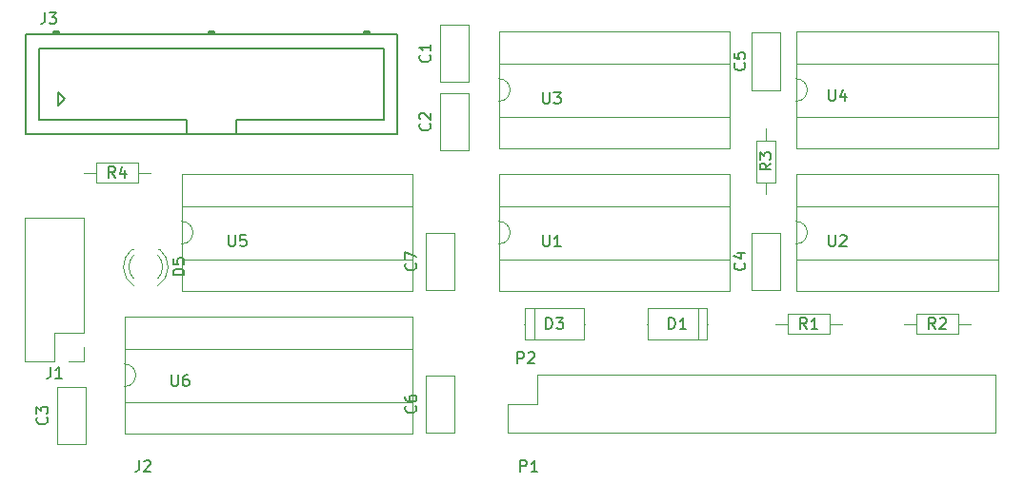
<source format=gto>
G04 #@! TF.FileFunction,Legend,Top*
%FSLAX46Y46*%
G04 Gerber Fmt 4.6, Leading zero omitted, Abs format (unit mm)*
G04 Created by KiCad (PCBNEW 4.0.7) date Mon Dec  3 14:16:20 2018*
%MOMM*%
%LPD*%
G01*
G04 APERTURE LIST*
%ADD10C,0.100000*%
%ADD11C,0.120000*%
%ADD12C,0.150000*%
G04 APERTURE END LIST*
D10*
D11*
X31810000Y-44136000D02*
X26610000Y-44136000D01*
X31810000Y-54356000D02*
X31810000Y-44136000D01*
X26610000Y-56956000D02*
X26610000Y-44136000D01*
X31810000Y-54356000D02*
X29210000Y-54356000D01*
X29210000Y-54356000D02*
X29210000Y-56956000D01*
X29210000Y-56956000D02*
X26610000Y-56956000D01*
X31810000Y-55626000D02*
X31810000Y-56956000D01*
X31810000Y-56956000D02*
X30480000Y-56956000D01*
X112836005Y-63305989D02*
X112836005Y-58105989D01*
X69530500Y-63311100D02*
X112836005Y-63305989D01*
X72121300Y-58129500D02*
X112836005Y-58105989D01*
X72146700Y-60720300D02*
X72136005Y-58180300D01*
X72136005Y-60705989D02*
X69536005Y-60705989D01*
X69536005Y-63305989D02*
X69530500Y-60720300D01*
X63460000Y-32044000D02*
X63460000Y-26924000D01*
X66080000Y-32044000D02*
X66080000Y-26924000D01*
X63460000Y-32044000D02*
X66080000Y-32044000D01*
X63460000Y-26924000D02*
X66080000Y-26924000D01*
X63460000Y-38140000D02*
X63460000Y-33020000D01*
X66080000Y-38140000D02*
X66080000Y-33020000D01*
X63460000Y-38140000D02*
X66080000Y-38140000D01*
X63460000Y-33020000D02*
X66080000Y-33020000D01*
X29424000Y-64302000D02*
X29424000Y-59182000D01*
X32044000Y-64302000D02*
X32044000Y-59182000D01*
X29424000Y-64302000D02*
X32044000Y-64302000D01*
X29424000Y-59182000D02*
X32044000Y-59182000D01*
X91146000Y-50586000D02*
X91146000Y-45466000D01*
X93766000Y-50586000D02*
X93766000Y-45466000D01*
X91146000Y-50586000D02*
X93766000Y-50586000D01*
X91146000Y-45466000D02*
X93766000Y-45466000D01*
X91146000Y-32766000D02*
X91146000Y-27646000D01*
X93766000Y-32766000D02*
X93766000Y-27646000D01*
X91146000Y-32766000D02*
X93766000Y-32766000D01*
X91146000Y-27646000D02*
X93766000Y-27646000D01*
X62190000Y-63286000D02*
X62190000Y-58166000D01*
X64810000Y-63286000D02*
X64810000Y-58166000D01*
X62190000Y-63286000D02*
X64810000Y-63286000D01*
X62190000Y-58166000D02*
X64810000Y-58166000D01*
X62190000Y-50586000D02*
X62190000Y-45466000D01*
X64810000Y-50586000D02*
X64810000Y-45466000D01*
X62190000Y-50586000D02*
X64810000Y-50586000D01*
X62190000Y-45466000D02*
X64810000Y-45466000D01*
X87242000Y-55004000D02*
X87242000Y-52184000D01*
X87242000Y-52184000D02*
X81922000Y-52184000D01*
X81922000Y-52184000D02*
X81922000Y-55004000D01*
X81922000Y-55004000D02*
X87242000Y-55004000D01*
X87312000Y-53594000D02*
X87242000Y-53594000D01*
X81852000Y-53594000D02*
X81922000Y-53594000D01*
X86402000Y-55004000D02*
X86402000Y-52184000D01*
X71000000Y-52184000D02*
X71000000Y-55004000D01*
X71000000Y-55004000D02*
X76320000Y-55004000D01*
X76320000Y-55004000D02*
X76320000Y-52184000D01*
X76320000Y-52184000D02*
X71000000Y-52184000D01*
X70930000Y-53594000D02*
X71000000Y-53594000D01*
X76390000Y-53594000D02*
X76320000Y-53594000D01*
X71840000Y-52184000D02*
X71840000Y-55004000D01*
D12*
X26680000Y-36728000D02*
X26680000Y-27788000D01*
X26680000Y-27788000D02*
X59680000Y-27788000D01*
X59680000Y-27788000D02*
X59680000Y-36728000D01*
X59680000Y-36728000D02*
X26680000Y-36728000D01*
X40955000Y-36728000D02*
X40955000Y-35428000D01*
X40955000Y-35428000D02*
X27880000Y-35428000D01*
X27880000Y-35428000D02*
X27880000Y-29088000D01*
X27880000Y-29088000D02*
X58480000Y-29088000D01*
X58480000Y-29088000D02*
X58480000Y-35428000D01*
X58480000Y-35428000D02*
X45405000Y-35428000D01*
X45405000Y-35428000D02*
X45405000Y-36728000D01*
X42930000Y-27788000D02*
X42930000Y-27588000D01*
X42930000Y-27588000D02*
X43430000Y-27588000D01*
X43430000Y-27588000D02*
X43430000Y-27788000D01*
X42930000Y-27688000D02*
X43430000Y-27688000D01*
X56760000Y-27788000D02*
X56760000Y-27588000D01*
X56760000Y-27588000D02*
X57260000Y-27588000D01*
X57260000Y-27588000D02*
X57260000Y-27788000D01*
X56760000Y-27688000D02*
X57260000Y-27688000D01*
X29100000Y-27788000D02*
X29100000Y-27588000D01*
X29100000Y-27588000D02*
X29600000Y-27588000D01*
X29600000Y-27588000D02*
X29600000Y-27788000D01*
X29100000Y-27688000D02*
X29600000Y-27688000D01*
X29550000Y-34128000D02*
X29550000Y-32928000D01*
X29550000Y-32928000D02*
X30150000Y-33528000D01*
X30150000Y-33528000D02*
X29550000Y-34128000D01*
D11*
X94406000Y-52734000D02*
X94406000Y-54454000D01*
X94406000Y-54454000D02*
X98126000Y-54454000D01*
X98126000Y-54454000D02*
X98126000Y-52734000D01*
X98126000Y-52734000D02*
X94406000Y-52734000D01*
X93336000Y-53594000D02*
X94406000Y-53594000D01*
X99196000Y-53594000D02*
X98126000Y-53594000D01*
X105836000Y-52734000D02*
X105836000Y-54454000D01*
X105836000Y-54454000D02*
X109556000Y-54454000D01*
X109556000Y-54454000D02*
X109556000Y-52734000D01*
X109556000Y-52734000D02*
X105836000Y-52734000D01*
X104766000Y-53594000D02*
X105836000Y-53594000D01*
X110626000Y-53594000D02*
X109556000Y-53594000D01*
X91596000Y-40976000D02*
X93316000Y-40976000D01*
X93316000Y-40976000D02*
X93316000Y-37256000D01*
X93316000Y-37256000D02*
X91596000Y-37256000D01*
X91596000Y-37256000D02*
X91596000Y-40976000D01*
X92456000Y-42046000D02*
X92456000Y-40976000D01*
X92456000Y-36186000D02*
X92456000Y-37256000D01*
X36658000Y-40992000D02*
X36658000Y-39272000D01*
X36658000Y-39272000D02*
X32938000Y-39272000D01*
X32938000Y-39272000D02*
X32938000Y-40992000D01*
X32938000Y-40992000D02*
X36658000Y-40992000D01*
X37728000Y-40132000D02*
X36658000Y-40132000D01*
X31868000Y-40132000D02*
X32938000Y-40132000D01*
X68714000Y-46466000D02*
X68714000Y-47836000D01*
X68714000Y-47836000D02*
X89274000Y-47836000D01*
X89274000Y-47836000D02*
X89274000Y-43096000D01*
X89274000Y-43096000D02*
X68714000Y-43096000D01*
X68714000Y-43096000D02*
X68714000Y-44466000D01*
X68714000Y-50666000D02*
X89274000Y-50666000D01*
X89274000Y-50666000D02*
X89274000Y-40266000D01*
X89274000Y-40266000D02*
X68714000Y-40266000D01*
X68714000Y-40266000D02*
X68714000Y-50666000D01*
X68714000Y-44466000D02*
G75*
G02X68714000Y-46466000I0J-1000000D01*
G01*
X95130000Y-46466000D02*
X95130000Y-47836000D01*
X95130000Y-47836000D02*
X113150000Y-47836000D01*
X113150000Y-47836000D02*
X113150000Y-43096000D01*
X113150000Y-43096000D02*
X95130000Y-43096000D01*
X95130000Y-43096000D02*
X95130000Y-44466000D01*
X95130000Y-50666000D02*
X113150000Y-50666000D01*
X113150000Y-50666000D02*
X113150000Y-40266000D01*
X113150000Y-40266000D02*
X95130000Y-40266000D01*
X95130000Y-40266000D02*
X95130000Y-50666000D01*
X95130000Y-44466000D02*
G75*
G02X95130000Y-46466000I0J-1000000D01*
G01*
X68714000Y-33766000D02*
X68714000Y-35136000D01*
X68714000Y-35136000D02*
X89274000Y-35136000D01*
X89274000Y-35136000D02*
X89274000Y-30396000D01*
X89274000Y-30396000D02*
X68714000Y-30396000D01*
X68714000Y-30396000D02*
X68714000Y-31766000D01*
X68714000Y-37966000D02*
X89274000Y-37966000D01*
X89274000Y-37966000D02*
X89274000Y-27566000D01*
X89274000Y-27566000D02*
X68714000Y-27566000D01*
X68714000Y-27566000D02*
X68714000Y-37966000D01*
X68714000Y-31766000D02*
G75*
G02X68714000Y-33766000I0J-1000000D01*
G01*
X95130000Y-33766000D02*
X95130000Y-35136000D01*
X95130000Y-35136000D02*
X113150000Y-35136000D01*
X113150000Y-35136000D02*
X113150000Y-30396000D01*
X113150000Y-30396000D02*
X95130000Y-30396000D01*
X95130000Y-30396000D02*
X95130000Y-31766000D01*
X95130000Y-37966000D02*
X113150000Y-37966000D01*
X113150000Y-37966000D02*
X113150000Y-27566000D01*
X113150000Y-27566000D02*
X95130000Y-27566000D01*
X95130000Y-27566000D02*
X95130000Y-37966000D01*
X95130000Y-31766000D02*
G75*
G02X95130000Y-33766000I0J-1000000D01*
G01*
X40520000Y-46466000D02*
X40520000Y-47836000D01*
X40520000Y-47836000D02*
X61080000Y-47836000D01*
X61080000Y-47836000D02*
X61080000Y-43096000D01*
X61080000Y-43096000D02*
X40520000Y-43096000D01*
X40520000Y-43096000D02*
X40520000Y-44466000D01*
X40520000Y-50666000D02*
X61080000Y-50666000D01*
X61080000Y-50666000D02*
X61080000Y-40266000D01*
X61080000Y-40266000D02*
X40520000Y-40266000D01*
X40520000Y-40266000D02*
X40520000Y-50666000D01*
X40520000Y-44466000D02*
G75*
G02X40520000Y-46466000I0J-1000000D01*
G01*
X35440000Y-59166000D02*
X35440000Y-60536000D01*
X35440000Y-60536000D02*
X61080000Y-60536000D01*
X61080000Y-60536000D02*
X61080000Y-55796000D01*
X61080000Y-55796000D02*
X35440000Y-55796000D01*
X35440000Y-55796000D02*
X35440000Y-57166000D01*
X35440000Y-63366000D02*
X61080000Y-63366000D01*
X61080000Y-63366000D02*
X61080000Y-52966000D01*
X61080000Y-52966000D02*
X35440000Y-52966000D01*
X35440000Y-52966000D02*
X35440000Y-63366000D01*
X35440000Y-57166000D02*
G75*
G02X35440000Y-59166000I0J-1000000D01*
G01*
X38416608Y-50186335D02*
G75*
G03X38573516Y-46954000I-1078608J1672335D01*
G01*
X36259392Y-50186335D02*
G75*
G02X36102484Y-46954000I1078608J1672335D01*
G01*
X38417837Y-49555130D02*
G75*
G03X38418000Y-47473039I-1079837J1041130D01*
G01*
X36258163Y-49555130D02*
G75*
G02X36258000Y-47473039I1079837J1041130D01*
G01*
X38574000Y-46954000D02*
X38418000Y-46954000D01*
X36258000Y-46954000D02*
X36102000Y-46954000D01*
D12*
X28876667Y-57408381D02*
X28876667Y-58122667D01*
X28829047Y-58265524D01*
X28733809Y-58360762D01*
X28590952Y-58408381D01*
X28495714Y-58408381D01*
X29876667Y-58408381D02*
X29305238Y-58408381D01*
X29590952Y-58408381D02*
X29590952Y-57408381D01*
X29495714Y-57551238D01*
X29400476Y-57646476D01*
X29305238Y-57694095D01*
X70392605Y-57108681D02*
X70392605Y-56108681D01*
X70773558Y-56108681D01*
X70868796Y-56156300D01*
X70916415Y-56203919D01*
X70964034Y-56299157D01*
X70964034Y-56442014D01*
X70916415Y-56537252D01*
X70868796Y-56584871D01*
X70773558Y-56632490D01*
X70392605Y-56632490D01*
X71344986Y-56203919D02*
X71392605Y-56156300D01*
X71487843Y-56108681D01*
X71725939Y-56108681D01*
X71821177Y-56156300D01*
X71868796Y-56203919D01*
X71916415Y-56299157D01*
X71916415Y-56394395D01*
X71868796Y-56537252D01*
X71297367Y-57108681D01*
X71916415Y-57108681D01*
X70635905Y-66746381D02*
X70635905Y-65746381D01*
X71016858Y-65746381D01*
X71112096Y-65794000D01*
X71159715Y-65841619D01*
X71207334Y-65936857D01*
X71207334Y-66079714D01*
X71159715Y-66174952D01*
X71112096Y-66222571D01*
X71016858Y-66270190D01*
X70635905Y-66270190D01*
X72159715Y-66746381D02*
X71588286Y-66746381D01*
X71874000Y-66746381D02*
X71874000Y-65746381D01*
X71778762Y-65889238D01*
X71683524Y-65984476D01*
X71588286Y-66032095D01*
X36750667Y-65746381D02*
X36750667Y-66460667D01*
X36703047Y-66603524D01*
X36607809Y-66698762D01*
X36464952Y-66746381D01*
X36369714Y-66746381D01*
X37179238Y-65841619D02*
X37226857Y-65794000D01*
X37322095Y-65746381D01*
X37560191Y-65746381D01*
X37655429Y-65794000D01*
X37703048Y-65841619D01*
X37750667Y-65936857D01*
X37750667Y-66032095D01*
X37703048Y-66174952D01*
X37131619Y-66746381D01*
X37750667Y-66746381D01*
X62567143Y-29650666D02*
X62614762Y-29698285D01*
X62662381Y-29841142D01*
X62662381Y-29936380D01*
X62614762Y-30079238D01*
X62519524Y-30174476D01*
X62424286Y-30222095D01*
X62233810Y-30269714D01*
X62090952Y-30269714D01*
X61900476Y-30222095D01*
X61805238Y-30174476D01*
X61710000Y-30079238D01*
X61662381Y-29936380D01*
X61662381Y-29841142D01*
X61710000Y-29698285D01*
X61757619Y-29650666D01*
X62662381Y-28698285D02*
X62662381Y-29269714D01*
X62662381Y-28984000D02*
X61662381Y-28984000D01*
X61805238Y-29079238D01*
X61900476Y-29174476D01*
X61948095Y-29269714D01*
X62567143Y-35746666D02*
X62614762Y-35794285D01*
X62662381Y-35937142D01*
X62662381Y-36032380D01*
X62614762Y-36175238D01*
X62519524Y-36270476D01*
X62424286Y-36318095D01*
X62233810Y-36365714D01*
X62090952Y-36365714D01*
X61900476Y-36318095D01*
X61805238Y-36270476D01*
X61710000Y-36175238D01*
X61662381Y-36032380D01*
X61662381Y-35937142D01*
X61710000Y-35794285D01*
X61757619Y-35746666D01*
X61757619Y-35365714D02*
X61710000Y-35318095D01*
X61662381Y-35222857D01*
X61662381Y-34984761D01*
X61710000Y-34889523D01*
X61757619Y-34841904D01*
X61852857Y-34794285D01*
X61948095Y-34794285D01*
X62090952Y-34841904D01*
X62662381Y-35413333D01*
X62662381Y-34794285D01*
X28531143Y-61908666D02*
X28578762Y-61956285D01*
X28626381Y-62099142D01*
X28626381Y-62194380D01*
X28578762Y-62337238D01*
X28483524Y-62432476D01*
X28388286Y-62480095D01*
X28197810Y-62527714D01*
X28054952Y-62527714D01*
X27864476Y-62480095D01*
X27769238Y-62432476D01*
X27674000Y-62337238D01*
X27626381Y-62194380D01*
X27626381Y-62099142D01*
X27674000Y-61956285D01*
X27721619Y-61908666D01*
X27626381Y-61575333D02*
X27626381Y-60956285D01*
X28007333Y-61289619D01*
X28007333Y-61146761D01*
X28054952Y-61051523D01*
X28102571Y-61003904D01*
X28197810Y-60956285D01*
X28435905Y-60956285D01*
X28531143Y-61003904D01*
X28578762Y-61051523D01*
X28626381Y-61146761D01*
X28626381Y-61432476D01*
X28578762Y-61527714D01*
X28531143Y-61575333D01*
X90527143Y-48172666D02*
X90574762Y-48220285D01*
X90622381Y-48363142D01*
X90622381Y-48458380D01*
X90574762Y-48601238D01*
X90479524Y-48696476D01*
X90384286Y-48744095D01*
X90193810Y-48791714D01*
X90050952Y-48791714D01*
X89860476Y-48744095D01*
X89765238Y-48696476D01*
X89670000Y-48601238D01*
X89622381Y-48458380D01*
X89622381Y-48363142D01*
X89670000Y-48220285D01*
X89717619Y-48172666D01*
X89955714Y-47315523D02*
X90622381Y-47315523D01*
X89574762Y-47553619D02*
X90289048Y-47791714D01*
X90289048Y-47172666D01*
X90527143Y-30372666D02*
X90574762Y-30420285D01*
X90622381Y-30563142D01*
X90622381Y-30658380D01*
X90574762Y-30801238D01*
X90479524Y-30896476D01*
X90384286Y-30944095D01*
X90193810Y-30991714D01*
X90050952Y-30991714D01*
X89860476Y-30944095D01*
X89765238Y-30896476D01*
X89670000Y-30801238D01*
X89622381Y-30658380D01*
X89622381Y-30563142D01*
X89670000Y-30420285D01*
X89717619Y-30372666D01*
X89622381Y-29467904D02*
X89622381Y-29944095D01*
X90098571Y-29991714D01*
X90050952Y-29944095D01*
X90003333Y-29848857D01*
X90003333Y-29610761D01*
X90050952Y-29515523D01*
X90098571Y-29467904D01*
X90193810Y-29420285D01*
X90431905Y-29420285D01*
X90527143Y-29467904D01*
X90574762Y-29515523D01*
X90622381Y-29610761D01*
X90622381Y-29848857D01*
X90574762Y-29944095D01*
X90527143Y-29991714D01*
X61297143Y-60892666D02*
X61344762Y-60940285D01*
X61392381Y-61083142D01*
X61392381Y-61178380D01*
X61344762Y-61321238D01*
X61249524Y-61416476D01*
X61154286Y-61464095D01*
X60963810Y-61511714D01*
X60820952Y-61511714D01*
X60630476Y-61464095D01*
X60535238Y-61416476D01*
X60440000Y-61321238D01*
X60392381Y-61178380D01*
X60392381Y-61083142D01*
X60440000Y-60940285D01*
X60487619Y-60892666D01*
X60392381Y-60035523D02*
X60392381Y-60226000D01*
X60440000Y-60321238D01*
X60487619Y-60368857D01*
X60630476Y-60464095D01*
X60820952Y-60511714D01*
X61201905Y-60511714D01*
X61297143Y-60464095D01*
X61344762Y-60416476D01*
X61392381Y-60321238D01*
X61392381Y-60130761D01*
X61344762Y-60035523D01*
X61297143Y-59987904D01*
X61201905Y-59940285D01*
X60963810Y-59940285D01*
X60868571Y-59987904D01*
X60820952Y-60035523D01*
X60773333Y-60130761D01*
X60773333Y-60321238D01*
X60820952Y-60416476D01*
X60868571Y-60464095D01*
X60963810Y-60511714D01*
X61297143Y-48192666D02*
X61344762Y-48240285D01*
X61392381Y-48383142D01*
X61392381Y-48478380D01*
X61344762Y-48621238D01*
X61249524Y-48716476D01*
X61154286Y-48764095D01*
X60963810Y-48811714D01*
X60820952Y-48811714D01*
X60630476Y-48764095D01*
X60535238Y-48716476D01*
X60440000Y-48621238D01*
X60392381Y-48478380D01*
X60392381Y-48383142D01*
X60440000Y-48240285D01*
X60487619Y-48192666D01*
X60392381Y-47859333D02*
X60392381Y-47192666D01*
X61392381Y-47621238D01*
X83843905Y-54046381D02*
X83843905Y-53046381D01*
X84082000Y-53046381D01*
X84224858Y-53094000D01*
X84320096Y-53189238D01*
X84367715Y-53284476D01*
X84415334Y-53474952D01*
X84415334Y-53617810D01*
X84367715Y-53808286D01*
X84320096Y-53903524D01*
X84224858Y-53998762D01*
X84082000Y-54046381D01*
X83843905Y-54046381D01*
X85367715Y-54046381D02*
X84796286Y-54046381D01*
X85082000Y-54046381D02*
X85082000Y-53046381D01*
X84986762Y-53189238D01*
X84891524Y-53284476D01*
X84796286Y-53332095D01*
X72921905Y-54046381D02*
X72921905Y-53046381D01*
X73160000Y-53046381D01*
X73302858Y-53094000D01*
X73398096Y-53189238D01*
X73445715Y-53284476D01*
X73493334Y-53474952D01*
X73493334Y-53617810D01*
X73445715Y-53808286D01*
X73398096Y-53903524D01*
X73302858Y-53998762D01*
X73160000Y-54046381D01*
X72921905Y-54046381D01*
X73826667Y-53046381D02*
X74445715Y-53046381D01*
X74112381Y-53427333D01*
X74255239Y-53427333D01*
X74350477Y-53474952D01*
X74398096Y-53522571D01*
X74445715Y-53617810D01*
X74445715Y-53855905D01*
X74398096Y-53951143D01*
X74350477Y-53998762D01*
X74255239Y-54046381D01*
X73969524Y-54046381D01*
X73874286Y-53998762D01*
X73826667Y-53951143D01*
X28368667Y-25868381D02*
X28368667Y-26582667D01*
X28321047Y-26725524D01*
X28225809Y-26820762D01*
X28082952Y-26868381D01*
X27987714Y-26868381D01*
X28749619Y-25868381D02*
X29368667Y-25868381D01*
X29035333Y-26249333D01*
X29178191Y-26249333D01*
X29273429Y-26296952D01*
X29321048Y-26344571D01*
X29368667Y-26439810D01*
X29368667Y-26677905D01*
X29321048Y-26773143D01*
X29273429Y-26820762D01*
X29178191Y-26868381D01*
X28892476Y-26868381D01*
X28797238Y-26820762D01*
X28749619Y-26773143D01*
X96099334Y-54046381D02*
X95766000Y-53570190D01*
X95527905Y-54046381D02*
X95527905Y-53046381D01*
X95908858Y-53046381D01*
X96004096Y-53094000D01*
X96051715Y-53141619D01*
X96099334Y-53236857D01*
X96099334Y-53379714D01*
X96051715Y-53474952D01*
X96004096Y-53522571D01*
X95908858Y-53570190D01*
X95527905Y-53570190D01*
X97051715Y-54046381D02*
X96480286Y-54046381D01*
X96766000Y-54046381D02*
X96766000Y-53046381D01*
X96670762Y-53189238D01*
X96575524Y-53284476D01*
X96480286Y-53332095D01*
X107529334Y-54046381D02*
X107196000Y-53570190D01*
X106957905Y-54046381D02*
X106957905Y-53046381D01*
X107338858Y-53046381D01*
X107434096Y-53094000D01*
X107481715Y-53141619D01*
X107529334Y-53236857D01*
X107529334Y-53379714D01*
X107481715Y-53474952D01*
X107434096Y-53522571D01*
X107338858Y-53570190D01*
X106957905Y-53570190D01*
X107910286Y-53141619D02*
X107957905Y-53094000D01*
X108053143Y-53046381D01*
X108291239Y-53046381D01*
X108386477Y-53094000D01*
X108434096Y-53141619D01*
X108481715Y-53236857D01*
X108481715Y-53332095D01*
X108434096Y-53474952D01*
X107862667Y-54046381D01*
X108481715Y-54046381D01*
X92908381Y-39282666D02*
X92432190Y-39616000D01*
X92908381Y-39854095D02*
X91908381Y-39854095D01*
X91908381Y-39473142D01*
X91956000Y-39377904D01*
X92003619Y-39330285D01*
X92098857Y-39282666D01*
X92241714Y-39282666D01*
X92336952Y-39330285D01*
X92384571Y-39377904D01*
X92432190Y-39473142D01*
X92432190Y-39854095D01*
X91908381Y-38949333D02*
X91908381Y-38330285D01*
X92289333Y-38663619D01*
X92289333Y-38520761D01*
X92336952Y-38425523D01*
X92384571Y-38377904D01*
X92479810Y-38330285D01*
X92717905Y-38330285D01*
X92813143Y-38377904D01*
X92860762Y-38425523D01*
X92908381Y-38520761D01*
X92908381Y-38806476D01*
X92860762Y-38901714D01*
X92813143Y-38949333D01*
X34631334Y-40584381D02*
X34298000Y-40108190D01*
X34059905Y-40584381D02*
X34059905Y-39584381D01*
X34440858Y-39584381D01*
X34536096Y-39632000D01*
X34583715Y-39679619D01*
X34631334Y-39774857D01*
X34631334Y-39917714D01*
X34583715Y-40012952D01*
X34536096Y-40060571D01*
X34440858Y-40108190D01*
X34059905Y-40108190D01*
X35488477Y-39917714D02*
X35488477Y-40584381D01*
X35250381Y-39536762D02*
X35012286Y-40251048D01*
X35631334Y-40251048D01*
X72644095Y-45680381D02*
X72644095Y-46489905D01*
X72691714Y-46585143D01*
X72739333Y-46632762D01*
X72834571Y-46680381D01*
X73025048Y-46680381D01*
X73120286Y-46632762D01*
X73167905Y-46585143D01*
X73215524Y-46489905D01*
X73215524Y-45680381D01*
X74215524Y-46680381D02*
X73644095Y-46680381D01*
X73929809Y-46680381D02*
X73929809Y-45680381D01*
X73834571Y-45823238D01*
X73739333Y-45918476D01*
X73644095Y-45966095D01*
X98044095Y-45680381D02*
X98044095Y-46489905D01*
X98091714Y-46585143D01*
X98139333Y-46632762D01*
X98234571Y-46680381D01*
X98425048Y-46680381D01*
X98520286Y-46632762D01*
X98567905Y-46585143D01*
X98615524Y-46489905D01*
X98615524Y-45680381D01*
X99044095Y-45775619D02*
X99091714Y-45728000D01*
X99186952Y-45680381D01*
X99425048Y-45680381D01*
X99520286Y-45728000D01*
X99567905Y-45775619D01*
X99615524Y-45870857D01*
X99615524Y-45966095D01*
X99567905Y-46108952D01*
X98996476Y-46680381D01*
X99615524Y-46680381D01*
X72644095Y-32980381D02*
X72644095Y-33789905D01*
X72691714Y-33885143D01*
X72739333Y-33932762D01*
X72834571Y-33980381D01*
X73025048Y-33980381D01*
X73120286Y-33932762D01*
X73167905Y-33885143D01*
X73215524Y-33789905D01*
X73215524Y-32980381D01*
X73596476Y-32980381D02*
X74215524Y-32980381D01*
X73882190Y-33361333D01*
X74025048Y-33361333D01*
X74120286Y-33408952D01*
X74167905Y-33456571D01*
X74215524Y-33551810D01*
X74215524Y-33789905D01*
X74167905Y-33885143D01*
X74120286Y-33932762D01*
X74025048Y-33980381D01*
X73739333Y-33980381D01*
X73644095Y-33932762D01*
X73596476Y-33885143D01*
X98044095Y-32726381D02*
X98044095Y-33535905D01*
X98091714Y-33631143D01*
X98139333Y-33678762D01*
X98234571Y-33726381D01*
X98425048Y-33726381D01*
X98520286Y-33678762D01*
X98567905Y-33631143D01*
X98615524Y-33535905D01*
X98615524Y-32726381D01*
X99520286Y-33059714D02*
X99520286Y-33726381D01*
X99282190Y-32678762D02*
X99044095Y-33393048D01*
X99663143Y-33393048D01*
X44704095Y-45680381D02*
X44704095Y-46489905D01*
X44751714Y-46585143D01*
X44799333Y-46632762D01*
X44894571Y-46680381D01*
X45085048Y-46680381D01*
X45180286Y-46632762D01*
X45227905Y-46585143D01*
X45275524Y-46489905D01*
X45275524Y-45680381D01*
X46227905Y-45680381D02*
X45751714Y-45680381D01*
X45704095Y-46156571D01*
X45751714Y-46108952D01*
X45846952Y-46061333D01*
X46085048Y-46061333D01*
X46180286Y-46108952D01*
X46227905Y-46156571D01*
X46275524Y-46251810D01*
X46275524Y-46489905D01*
X46227905Y-46585143D01*
X46180286Y-46632762D01*
X46085048Y-46680381D01*
X45846952Y-46680381D01*
X45751714Y-46632762D01*
X45704095Y-46585143D01*
X39624095Y-58126381D02*
X39624095Y-58935905D01*
X39671714Y-59031143D01*
X39719333Y-59078762D01*
X39814571Y-59126381D01*
X40005048Y-59126381D01*
X40100286Y-59078762D01*
X40147905Y-59031143D01*
X40195524Y-58935905D01*
X40195524Y-58126381D01*
X41100286Y-58126381D02*
X40909809Y-58126381D01*
X40814571Y-58174000D01*
X40766952Y-58221619D01*
X40671714Y-58364476D01*
X40624095Y-58554952D01*
X40624095Y-58935905D01*
X40671714Y-59031143D01*
X40719333Y-59078762D01*
X40814571Y-59126381D01*
X41005048Y-59126381D01*
X41100286Y-59078762D01*
X41147905Y-59031143D01*
X41195524Y-58935905D01*
X41195524Y-58697810D01*
X41147905Y-58602571D01*
X41100286Y-58554952D01*
X41005048Y-58507333D01*
X40814571Y-58507333D01*
X40719333Y-58554952D01*
X40671714Y-58602571D01*
X40624095Y-58697810D01*
X40750381Y-49252095D02*
X39750381Y-49252095D01*
X39750381Y-49014000D01*
X39798000Y-48871142D01*
X39893238Y-48775904D01*
X39988476Y-48728285D01*
X40178952Y-48680666D01*
X40321810Y-48680666D01*
X40512286Y-48728285D01*
X40607524Y-48775904D01*
X40702762Y-48871142D01*
X40750381Y-49014000D01*
X40750381Y-49252095D01*
X39750381Y-47775904D02*
X39750381Y-48252095D01*
X40226571Y-48299714D01*
X40178952Y-48252095D01*
X40131333Y-48156857D01*
X40131333Y-47918761D01*
X40178952Y-47823523D01*
X40226571Y-47775904D01*
X40321810Y-47728285D01*
X40559905Y-47728285D01*
X40655143Y-47775904D01*
X40702762Y-47823523D01*
X40750381Y-47918761D01*
X40750381Y-48156857D01*
X40702762Y-48252095D01*
X40655143Y-48299714D01*
M02*

</source>
